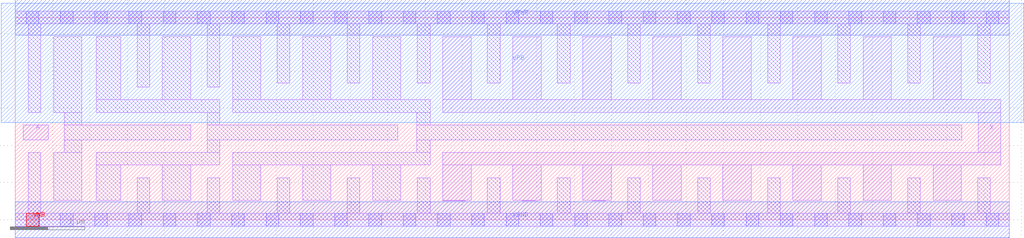
<source format=lef>
# Copyright 2020 The SkyWater PDK Authors
#
# Licensed under the Apache License, Version 2.0 (the "License");
# you may not use this file except in compliance with the License.
# You may obtain a copy of the License at
#
#     https://www.apache.org/licenses/LICENSE-2.0
#
# Unless required by applicable law or agreed to in writing, software
# distributed under the License is distributed on an "AS IS" BASIS,
# WITHOUT WARRANTIES OR CONDITIONS OF ANY KIND, either express or implied.
# See the License for the specific language governing permissions and
# limitations under the License.
#
# SPDX-License-Identifier: Apache-2.0

VERSION 5.7 ;
  NOWIREEXTENSIONATPIN ON ;
  DIVIDERCHAR "/" ;
  BUSBITCHARS "[]" ;
PROPERTYDEFINITIONS
  MACRO maskLayoutSubType STRING ;
  MACRO prCellType STRING ;
  MACRO originalViewName STRING ;
END PROPERTYDEFINITIONS
MACRO sky130_fd_sc_hdll__bufbuf_16
  CLASS CORE ;
  FOREIGN sky130_fd_sc_hdll__bufbuf_16 ;
  ORIGIN  0.000000  0.000000 ;
  SIZE  13.34000 BY  2.720000 ;
  SYMMETRY X Y R90 ;
  SITE unithd ;
  PIN A
    ANTENNAGATEAREA  0.277500 ;
    DIRECTION INPUT ;
    USE SIGNAL ;
    PORT
      LAYER li1 ;
        RECT 0.110000 1.075000 0.440000 1.275000 ;
    END
  END A
  PIN X
    ANTENNADIFFAREA  4.016500 ;
    DIRECTION OUTPUT ;
    USE SIGNAL ;
    PORT
      LAYER li1 ;
        RECT  5.735000 0.255000  6.035000 0.260000 ;
        RECT  5.735000 0.260000  6.115000 0.735000 ;
        RECT  5.735000 0.735000 13.220000 0.905000 ;
        RECT  5.735000 1.445000 13.220000 1.615000 ;
        RECT  5.735000 1.615000  6.115000 2.465000 ;
        RECT  6.675000 0.260000  7.055000 0.735000 ;
        RECT  6.675000 1.615000  7.055000 2.465000 ;
        RECT  6.805000 0.255000  6.975000 0.260000 ;
        RECT  7.615000 0.260000  7.995000 0.735000 ;
        RECT  7.615000 1.615000  7.995000 2.465000 ;
        RECT  7.745000 0.255000  7.915000 0.260000 ;
        RECT  8.555000 0.260000  8.935000 0.735000 ;
        RECT  8.555000 1.615000  8.935000 2.465000 ;
        RECT  9.495000 0.260000  9.875000 0.735000 ;
        RECT  9.495000 1.615000  9.875000 2.465000 ;
        RECT 10.435000 0.260000 10.815000 0.735000 ;
        RECT 10.435000 1.615000 10.815000 2.465000 ;
        RECT 11.375000 0.260000 11.755000 0.735000 ;
        RECT 11.375000 1.615000 11.755000 2.465000 ;
        RECT 12.315000 0.260000 12.695000 0.735000 ;
        RECT 12.315000 1.615000 12.695000 2.465000 ;
        RECT 12.920000 0.905000 13.220000 1.445000 ;
    END
  END X
  PIN VGND
    DIRECTION INOUT ;
    USE GROUND ;
    PORT
      LAYER met1 ;
        RECT 0.000000 -0.240000 13.340000 0.240000 ;
    END
  END VGND
  PIN VNB
    DIRECTION INOUT ;
    USE GROUND ;
    PORT
      LAYER pwell ;
        RECT 0.150000 -0.085000 0.320000 0.085000 ;
    END
  END VNB
  PIN VPB
    DIRECTION INOUT ;
    USE POWER ;
    PORT
      LAYER nwell ;
        RECT -0.190000 1.305000 13.530000 2.910000 ;
    END
  END VPB
  PIN VPWR
    DIRECTION INOUT ;
    USE POWER ;
    PORT
      LAYER met1 ;
        RECT 0.000000 2.480000 13.340000 2.960000 ;
    END
  END VPWR
  OBS
    LAYER li1 ;
      RECT  0.000000 -0.085000 13.340000 0.085000 ;
      RECT  0.000000  2.635000 13.340000 2.805000 ;
      RECT  0.175000  0.085000  0.345000 0.905000 ;
      RECT  0.175000  1.445000  0.345000 2.635000 ;
      RECT  0.515000  0.260000  0.895000 0.905000 ;
      RECT  0.515000  1.445000  0.895000 2.465000 ;
      RECT  0.660000  0.905000  0.895000 1.075000 ;
      RECT  0.660000  1.075000  2.355000 1.275000 ;
      RECT  0.660000  1.275000  0.895000 1.445000 ;
      RECT  1.085000  0.260000  1.415000 0.735000 ;
      RECT  1.085000  0.735000  2.745000 0.905000 ;
      RECT  1.085000  1.445000  2.745000 1.615000 ;
      RECT  1.085000  1.615000  1.415000 2.465000 ;
      RECT  1.635000  0.085000  1.805000 0.565000 ;
      RECT  1.635000  1.785000  1.805000 2.635000 ;
      RECT  1.975000  0.260000  2.355000 0.735000 ;
      RECT  1.975000  1.615000  2.355000 2.465000 ;
      RECT  2.575000  0.085000  2.745000 0.565000 ;
      RECT  2.575000  0.905000  2.745000 1.075000 ;
      RECT  2.575000  1.075000  5.135000 1.275000 ;
      RECT  2.575000  1.275000  2.745000 1.445000 ;
      RECT  2.575000  1.785000  2.745000 2.635000 ;
      RECT  2.915000  0.260000  3.295000 0.735000 ;
      RECT  2.915000  0.735000  5.565000 0.905000 ;
      RECT  2.915000  1.445000  5.565000 1.615000 ;
      RECT  2.915000  1.615000  3.295000 2.465000 ;
      RECT  3.515000  0.085000  3.685000 0.565000 ;
      RECT  3.515000  1.835000  3.685000 2.635000 ;
      RECT  3.855000  0.260000  4.235000 0.735000 ;
      RECT  3.855000  1.615000  4.235000 2.465000 ;
      RECT  4.455000  0.085000  4.625000 0.565000 ;
      RECT  4.455000  1.835000  4.625000 2.635000 ;
      RECT  4.795000  0.260000  5.175000 0.735000 ;
      RECT  4.795000  1.615000  5.175000 2.465000 ;
      RECT  5.390000  0.905000  5.565000 1.075000 ;
      RECT  5.390000  1.075000 12.700000 1.275000 ;
      RECT  5.390000  1.275000  5.565000 1.445000 ;
      RECT  5.395000  0.085000  5.565000 0.565000 ;
      RECT  5.395000  1.835000  5.565000 2.635000 ;
      RECT  6.335000  0.085000  6.505000 0.565000 ;
      RECT  6.335000  1.835000  6.505000 2.635000 ;
      RECT  7.275000  0.085000  7.445000 0.565000 ;
      RECT  7.275000  1.835000  7.445000 2.635000 ;
      RECT  8.215000  0.085000  8.385000 0.565000 ;
      RECT  8.215000  1.835000  8.385000 2.635000 ;
      RECT  9.155000  0.085000  9.325000 0.565000 ;
      RECT  9.155000  1.835000  9.325000 2.635000 ;
      RECT 10.095000  0.085000 10.265000 0.565000 ;
      RECT 10.095000  1.835000 10.265000 2.635000 ;
      RECT 11.035000  0.085000 11.205000 0.565000 ;
      RECT 11.035000  1.835000 11.205000 2.635000 ;
      RECT 11.975000  0.085000 12.145000 0.565000 ;
      RECT 11.975000  1.835000 12.145000 2.635000 ;
      RECT 12.915000  0.085000 13.085000 0.565000 ;
      RECT 12.915000  1.835000 13.085000 2.635000 ;
    LAYER mcon ;
      RECT  0.145000 -0.085000  0.315000 0.085000 ;
      RECT  0.145000  2.635000  0.315000 2.805000 ;
      RECT  0.605000 -0.085000  0.775000 0.085000 ;
      RECT  0.605000  2.635000  0.775000 2.805000 ;
      RECT  1.065000 -0.085000  1.235000 0.085000 ;
      RECT  1.065000  2.635000  1.235000 2.805000 ;
      RECT  1.525000 -0.085000  1.695000 0.085000 ;
      RECT  1.525000  2.635000  1.695000 2.805000 ;
      RECT  1.985000 -0.085000  2.155000 0.085000 ;
      RECT  1.985000  2.635000  2.155000 2.805000 ;
      RECT  2.445000 -0.085000  2.615000 0.085000 ;
      RECT  2.445000  2.635000  2.615000 2.805000 ;
      RECT  2.905000 -0.085000  3.075000 0.085000 ;
      RECT  2.905000  2.635000  3.075000 2.805000 ;
      RECT  3.365000 -0.085000  3.535000 0.085000 ;
      RECT  3.365000  2.635000  3.535000 2.805000 ;
      RECT  3.825000 -0.085000  3.995000 0.085000 ;
      RECT  3.825000  2.635000  3.995000 2.805000 ;
      RECT  4.285000 -0.085000  4.455000 0.085000 ;
      RECT  4.285000  2.635000  4.455000 2.805000 ;
      RECT  4.745000 -0.085000  4.915000 0.085000 ;
      RECT  4.745000  2.635000  4.915000 2.805000 ;
      RECT  5.205000 -0.085000  5.375000 0.085000 ;
      RECT  5.205000  2.635000  5.375000 2.805000 ;
      RECT  5.665000 -0.085000  5.835000 0.085000 ;
      RECT  5.665000  2.635000  5.835000 2.805000 ;
      RECT  6.125000 -0.085000  6.295000 0.085000 ;
      RECT  6.125000  2.635000  6.295000 2.805000 ;
      RECT  6.585000 -0.085000  6.755000 0.085000 ;
      RECT  6.585000  2.635000  6.755000 2.805000 ;
      RECT  7.045000 -0.085000  7.215000 0.085000 ;
      RECT  7.045000  2.635000  7.215000 2.805000 ;
      RECT  7.505000 -0.085000  7.675000 0.085000 ;
      RECT  7.505000  2.635000  7.675000 2.805000 ;
      RECT  7.965000 -0.085000  8.135000 0.085000 ;
      RECT  7.965000  2.635000  8.135000 2.805000 ;
      RECT  8.425000 -0.085000  8.595000 0.085000 ;
      RECT  8.425000  2.635000  8.595000 2.805000 ;
      RECT  8.885000 -0.085000  9.055000 0.085000 ;
      RECT  8.885000  2.635000  9.055000 2.805000 ;
      RECT  9.345000 -0.085000  9.515000 0.085000 ;
      RECT  9.345000  2.635000  9.515000 2.805000 ;
      RECT  9.805000 -0.085000  9.975000 0.085000 ;
      RECT  9.805000  2.635000  9.975000 2.805000 ;
      RECT 10.265000 -0.085000 10.435000 0.085000 ;
      RECT 10.265000  2.635000 10.435000 2.805000 ;
      RECT 10.725000 -0.085000 10.895000 0.085000 ;
      RECT 10.725000  2.635000 10.895000 2.805000 ;
      RECT 11.185000 -0.085000 11.355000 0.085000 ;
      RECT 11.185000  2.635000 11.355000 2.805000 ;
      RECT 11.645000 -0.085000 11.815000 0.085000 ;
      RECT 11.645000  2.635000 11.815000 2.805000 ;
      RECT 12.105000 -0.085000 12.275000 0.085000 ;
      RECT 12.105000  2.635000 12.275000 2.805000 ;
      RECT 12.565000 -0.085000 12.735000 0.085000 ;
      RECT 12.565000  2.635000 12.735000 2.805000 ;
      RECT 13.025000 -0.085000 13.195000 0.085000 ;
      RECT 13.025000  2.635000 13.195000 2.805000 ;
  END
  PROPERTY maskLayoutSubType "abstract" ;
  PROPERTY prCellType "standard" ;
  PROPERTY originalViewName "layout" ;
END sky130_fd_sc_hdll__bufbuf_16
END LIBRARY

</source>
